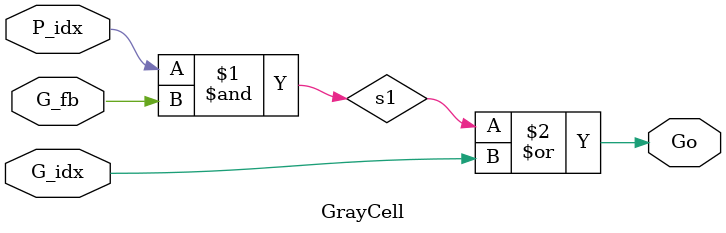
<source format=v>
module BlackCell(
    output  Go, 
    output  Po,
    input   G_idx, 
    input   P_idx, 
    input   G_fb, 
    input   P_fb
);
    wire s1;
    assign s1 = P_idx & G_fb;
    assign Go = s1 | G_idx;         // output Go
    assign Po = P_idx & P_fb;       // output Po
endmodule

module GrayCell(
    output  Go,
    input   G_idx,
    input   P_idx, 
    input   G_fb
);
    wire s1;
    assign s1 = P_idx & G_fb;
    assign Go = s1 | G_idx;         // output Go
endmodule
</source>
